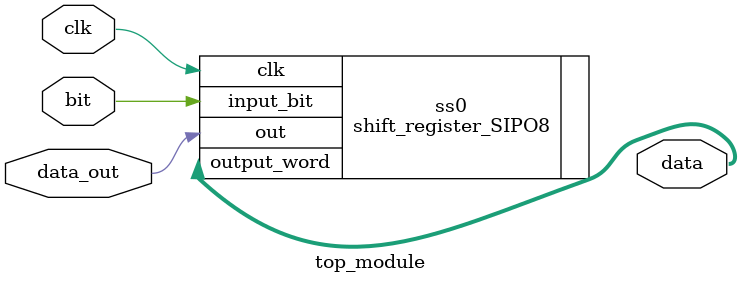
<source format=v>
`timescale 1ns / 1ns

module top_module(
    input wire clk,
    input wire data_out,
    input wire bit,
    output wire [7:0] data
);

    shift_register_SIPO8 ss0(
        .clk(clk),
        .out(data_out),
        .input_bit(bit),
        .output_word(data)
    );

endmodule
</source>
